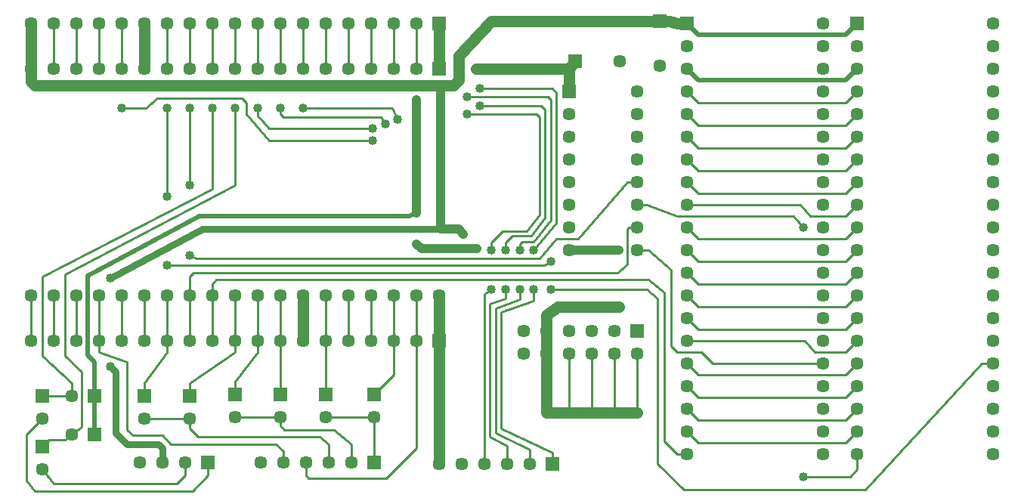
<source format=gtl>
%FSLAX46Y46*%
%MOIN*%
G01*
G75*
%ADD10C,0.040000*%
%ADD11C,0.060000*%
%ADD12C,0.057000*%
%ADD13C,0.077000*%
%AMRECT14*21,1,0.057000,0.057000,0.0,0.0,0.000000*%
%ADD14RECT14*%
%AMRECT15*21,1,0.077000,0.077000,0.0,0.0,0.000000*%
%ADD15RECT15*%
%AMRECT16*21,1,0.057000,0.057000,0.0,0.0,-90.000000*%
%ADD16RECT16*%
%AMRECT17*21,1,0.077000,0.077000,0.0,0.0,-90.000000*%
%ADD17RECT17*%
%AMRECT18*21,1,0.057000,0.057000,0.0,0.0,-180.000000*%
%ADD18RECT18*%
%AMRECT19*21,1,0.077000,0.077000,0.0,0.0,-180.000000*%
%ADD19RECT19*%
%AMRECT20*21,1,0.057000,0.057000,0.0,0.0,-270.000000*%
%ADD20RECT20*%
%AMRECT21*21,1,0.077000,0.077000,0.0,0.0,-270.000000*%
%ADD21RECT21*%
%ADD22C,0.010000*%
%ADD23C,0.030000*%
%ADD24C,0.020000*%
%ADD25C,0.040000*%
%ADD26C,0.030000*%
%ADD27C,0.050000*%
%ADD28C,0.050000*%
%ADD29C,0.070000*%
D10*
X2250000Y1156250D03*
X1793750Y1818750D03*
X2075000Y1868750D03*
X2387500Y981250D03*
X1656250Y1712500D03*
X793750Y1131250D03*
X2687500Y906250D03*
X3500000Y1256250D03*
X1600000Y1693750D03*
X793750Y1443750D03*
X693750Y1781250D03*
X2125000Y1156250D03*
X2075000Y1793750D03*
X2187500Y1156250D03*
X893750Y1781250D03*
X2125000Y981250D03*
X3500000Y156250D03*
X1293750Y1781250D03*
X2187500Y981250D03*
X1193750Y1781250D03*
X2000000Y1225000D03*
X1600000Y1637500D03*
X2312500Y981250D03*
X2312500Y1156250D03*
X693750Y1087500D03*
X2018750Y1831250D03*
X2387500Y1106250D03*
X2250000Y981250D03*
X2062500Y1162500D03*
X2018750Y1756250D03*
X793750Y1781250D03*
X693750Y1393750D03*
X1093750Y1781250D03*
X2687500Y1156250D03*
X2056250Y1956250D03*
X443750Y1031250D03*
X1793750Y1181250D03*
X993750Y1781250D03*
X1712500Y1731250D03*
X493750Y1781250D03*
X443750Y643750D03*
X1793750Y1318750D03*
D12*
X1393750Y418750D03*
X4337500Y1456250D03*
X4337500Y356250D03*
X4337500Y1156250D03*
X3587500Y1656250D03*
X4337500Y256250D03*
X3587500Y1256250D03*
X3587500Y1956250D03*
X4337500Y1756250D03*
X3587500Y1856250D03*
X4337500Y1056250D03*
X3587500Y956250D03*
X1606250Y418750D03*
X3587500Y1156250D03*
X3587500Y1056250D03*
X4337500Y656250D03*
X2768750Y1356250D03*
X4337500Y956250D03*
X4337500Y1556250D03*
X3587500Y256250D03*
X143750Y412500D03*
X2768750Y1656250D03*
X3587500Y1556250D03*
X4337500Y556250D03*
X4337500Y2056250D03*
X1193750Y418750D03*
X2768750Y1756250D03*
X2768750Y1856250D03*
X4337500Y1956250D03*
X4337500Y2156250D03*
X4337500Y856250D03*
X4337500Y1256250D03*
X3587500Y756250D03*
X3587500Y656250D03*
X2768750Y1256250D03*
X2768750Y1156250D03*
X3587500Y1356250D03*
X3587500Y1456250D03*
X3587500Y1756250D03*
X4337500Y1656250D03*
X3587500Y2056250D03*
X4337500Y1856250D03*
X993750Y418750D03*
X593750Y412500D03*
X3587500Y2156250D03*
X2868750Y1970325D03*
X2768750Y1456250D03*
X4337500Y456250D03*
X3587500Y356250D03*
X4337500Y1356250D03*
X3587500Y556250D03*
X793750Y412500D03*
X4337500Y756250D03*
X143750Y187500D03*
X3587500Y856250D03*
X2768750Y1556250D03*
X3587500Y456250D03*
X1193750Y756250D03*
X1493750Y2156250D03*
X1193750Y956250D03*
X693750Y956250D03*
X893750Y956250D03*
X693750Y756250D03*
X2293750Y212500D03*
X2768750Y700000D03*
X1593750Y756250D03*
X1393750Y756250D03*
X1506250Y218750D03*
X1093750Y756250D03*
X493750Y2156250D03*
X1893750Y212500D03*
X1193750Y2156250D03*
X893750Y2156250D03*
X993750Y756250D03*
X1693750Y756250D03*
X293750Y956250D03*
X1793750Y2156250D03*
X275000Y343750D03*
X2668750Y700000D03*
X993750Y2156250D03*
X1693750Y956250D03*
X593750Y756250D03*
X575000Y218750D03*
X493750Y756250D03*
X193750Y756250D03*
X1093750Y2156250D03*
X1393750Y2156250D03*
X1893750Y956250D03*
X1993750Y212500D03*
X593750Y2156250D03*
X293750Y756250D03*
X2093750Y212500D03*
X793750Y956250D03*
X2468750Y700000D03*
X1293750Y956250D03*
X2368750Y700000D03*
X593750Y956250D03*
X1593750Y956250D03*
X193750Y956250D03*
X393750Y2156250D03*
X193750Y2156250D03*
X1206250Y218750D03*
X1306250Y218750D03*
X2193750Y212500D03*
X93750Y2156250D03*
X893750Y756250D03*
X1793750Y956250D03*
X775000Y218750D03*
X675000Y218750D03*
X1293750Y756250D03*
X693750Y2156250D03*
X793750Y756250D03*
X1593750Y2156250D03*
X1406250Y218750D03*
X1493750Y956250D03*
X1393750Y956250D03*
X2568750Y700000D03*
X1293750Y2156250D03*
X1093750Y956250D03*
X1793750Y756250D03*
X393750Y956250D03*
X993750Y956250D03*
X293750Y2156250D03*
X93750Y956250D03*
X793750Y2156250D03*
X1493750Y756250D03*
X93750Y756250D03*
X493750Y956250D03*
X2268750Y700000D03*
X275000Y512500D03*
X393750Y756250D03*
X1693750Y2156250D03*
X1106250Y218750D03*
X3737500Y2056250D03*
X3737500Y856250D03*
X3737500Y1056250D03*
X3737500Y1956250D03*
X2987500Y1956250D03*
X3737500Y1656250D03*
X2987500Y1756250D03*
X2987500Y256250D03*
X3737500Y556250D03*
X2468750Y1456250D03*
X3737500Y1356250D03*
X3737500Y1556250D03*
X2987500Y1256250D03*
X3737500Y756250D03*
X2987500Y956250D03*
X2987500Y556250D03*
X2987500Y656250D03*
X2987500Y1056250D03*
X2987500Y1356250D03*
X3737500Y256250D03*
X2987500Y1856250D03*
X3737500Y456250D03*
X2987500Y1656250D03*
X3737500Y1256250D03*
X2468750Y1356250D03*
X3737500Y1856250D03*
X2987500Y2056250D03*
X2468750Y1556250D03*
X2987500Y1156250D03*
X2987500Y1456250D03*
X3737500Y1756250D03*
X2468750Y1156250D03*
X3737500Y1156250D03*
X2987500Y756250D03*
X2468750Y1756250D03*
X2468750Y1256250D03*
X2987500Y1556250D03*
X3737500Y656250D03*
X2468750Y1656250D03*
X2987500Y856250D03*
X2987500Y456250D03*
X3737500Y1456250D03*
X3737500Y956250D03*
X2987500Y356250D03*
X3737500Y356250D03*
X2268750Y800000D03*
X2668750Y800000D03*
X1793750Y1956250D03*
X1493750Y1956250D03*
X2568750Y800000D03*
X693750Y1956250D03*
X1293750Y1956250D03*
X893750Y1956250D03*
X993750Y1956250D03*
X93750Y1956250D03*
X593750Y1956250D03*
X2692175Y1987500D03*
X493750Y1956250D03*
X1093750Y1956250D03*
X2468750Y800000D03*
X2368750Y800000D03*
X793750Y1956250D03*
X1393750Y1956250D03*
X193750Y1956250D03*
X1693750Y1956250D03*
X1593750Y1956250D03*
X293750Y1956250D03*
X393750Y1956250D03*
X1193750Y1956250D03*
D14*
X593750Y512500D03*
X793750Y512500D03*
X143750Y512500D03*
X1193750Y518750D03*
X1393750Y518750D03*
X1606250Y518750D03*
X2868750Y2167175D03*
X143750Y287500D03*
X993750Y518750D03*
D16*
X2393750Y212500D03*
X875000Y218750D03*
X375000Y512500D03*
X375000Y343750D03*
X1893750Y756250D03*
X1606250Y218750D03*
X1893750Y2156250D03*
D18*
X3737500Y2156250D03*
X2468750Y1856250D03*
X2987500Y2156250D03*
D20*
X2768750Y800000D03*
X1893750Y1956250D03*
X2495325Y1987500D03*
D22*
X2312500Y981250D02*
X2312500Y931250D01*
X2175000Y1237500D02*
X2281250Y1237500D01*
X3037500Y1706250D02*
X3687500Y1706250D01*
X650000Y1825000D02*
X600000Y1781250D01*
X2987500Y1056250D02*
X3037500Y1006250D01*
X518750Y662500D02*
X518750Y362500D01*
X2300000Y1218750D02*
X2362500Y1300000D01*
X2193750Y293750D02*
X2118750Y331250D01*
X1656250Y1712500D02*
X1637500Y1743750D01*
X275000Y568750D02*
X275000Y512500D01*
X1025000Y1825000D02*
X650000Y1825000D01*
X2412500Y1275000D02*
X2412500Y1850000D01*
X2125000Y1187500D02*
X2175000Y1237500D01*
X1093750Y1750000D02*
X1093750Y1781250D01*
X775000Y162500D02*
X737500Y125000D01*
X3506250Y756250D02*
X3550000Y706250D01*
X1093750Y706250D02*
X993750Y575000D01*
X2943750Y706250D02*
X2918750Y731250D01*
X2468750Y437500D02*
X2468750Y700000D01*
X2387500Y1818750D02*
X2375000Y1831250D01*
X2987500Y356250D02*
X3037500Y306250D01*
X3687500Y306250D02*
X3737500Y356250D01*
X2118750Y331250D02*
X2118750Y918750D01*
X2987500Y556250D02*
X3037500Y506250D01*
X2281250Y1237500D02*
X2337500Y1312500D01*
X1493750Y956250D02*
X1493750Y756250D01*
X2768750Y1256250D02*
X2731250Y1256250D01*
X1318750Y150000D02*
X1662500Y150000D01*
X3687500Y1606250D02*
X3737500Y1656250D01*
X193750Y1956250D02*
X193750Y2156250D01*
X2987500Y1856250D02*
X3037500Y1806250D01*
X1693750Y606250D02*
X1606250Y518750D01*
X3037500Y506250D02*
X3687500Y506250D01*
X3706250Y156250D02*
X3737500Y187500D01*
X693750Y1393750D02*
X693750Y1781250D01*
X2312500Y1193750D02*
X2387500Y1287500D01*
X1206250Y1743750D02*
X1193750Y1756250D01*
X2887500Y968750D02*
X2887500Y312500D01*
X2312500Y1156250D02*
X2412500Y1275000D01*
X293750Y956250D02*
X293750Y756250D01*
X993750Y1781250D02*
X993750Y1443750D01*
X2506250Y1206250D02*
X2725000Y1456250D01*
X2918750Y731250D02*
X2918750Y1068750D01*
X2337500Y1118750D02*
X2412500Y1206250D01*
X2943750Y256250D02*
X2987500Y256250D01*
X1093750Y756250D02*
X1093750Y706250D01*
X831250Y331250D02*
X1368750Y331250D01*
X2375000Y1831250D02*
X2018750Y1831250D01*
X3037500Y1506250D02*
X3687500Y1506250D01*
X2918750Y1068750D02*
X2818750Y1156250D01*
X600000Y1781250D02*
X493750Y1781250D01*
X2987500Y1156250D02*
X3037500Y1106250D01*
X3037500Y806250D02*
X3687500Y806250D01*
X737500Y125000D02*
X193750Y125000D01*
X1306250Y162500D02*
X1318750Y150000D01*
X793750Y1956250D02*
X793750Y2156250D01*
X2393750Y1868750D02*
X2075000Y1868750D01*
X893750Y956250D02*
X893750Y1006250D01*
X1043750Y1756250D02*
X1043750Y1806250D01*
X793750Y1037500D02*
X812500Y1056250D01*
X2812500Y981250D02*
X2856250Y943750D01*
X1606250Y218750D02*
X1606250Y418750D01*
X3687500Y1106250D02*
X3737500Y1156250D01*
X3050000Y706250D02*
X2943750Y706250D01*
X2168750Y881250D02*
X2168750Y368750D01*
X1193750Y756250D02*
X1193750Y518750D01*
X1687500Y1781250D02*
X1293750Y1781250D01*
X2362500Y1300000D02*
X2362500Y1775000D01*
X993750Y1443750D02*
X243750Y1050000D01*
X693750Y1956250D02*
X693750Y2156250D01*
X993750Y706250D02*
X793750Y568750D01*
X112500Y93750D02*
X806250Y93750D01*
X693750Y956250D02*
X693750Y756250D01*
X518750Y362500D02*
X543750Y337500D01*
X4287500Y656250D02*
X4337500Y656250D01*
X75000Y343750D02*
X75000Y137500D01*
X2987500Y1256250D02*
X3037500Y1206250D01*
X2725000Y1456250D02*
X2768750Y1456250D01*
X2387500Y1287500D02*
X2387500Y1818750D01*
X93750Y956250D02*
X93750Y756250D01*
X875000Y162500D02*
X875000Y218750D01*
X3687500Y406250D02*
X3737500Y456250D01*
X2412500Y1850000D02*
X2393750Y1868750D01*
X1793750Y281250D02*
X1793750Y756250D01*
X2218750Y1218750D02*
X2300000Y1218750D01*
X2856250Y943750D02*
X2856250Y212500D01*
X1600000Y1693750D02*
X1143750Y1693750D01*
X812500Y1056250D02*
X2681250Y1056250D01*
X75000Y137500D02*
X112500Y93750D01*
X3687500Y806250D02*
X3737500Y856250D01*
X2356250Y1087500D02*
X2387500Y1106250D01*
X75000Y343750D02*
X143750Y412500D01*
X1693750Y756250D02*
X1693750Y606250D01*
X2987500Y1656250D02*
X3037500Y1606250D01*
X2975000Y100000D02*
X3775000Y100000D01*
X3037500Y1806250D02*
X3687500Y1806250D01*
X793750Y412500D02*
X793750Y368750D01*
X1712500Y1731250D02*
X1687500Y1781250D01*
X2143750Y350000D02*
X2143750Y900000D01*
X3037500Y1106250D02*
X3687500Y1106250D01*
X2250000Y981250D02*
X2250000Y937500D01*
X2987500Y756250D02*
X3506250Y756250D01*
X193750Y125000D02*
X143750Y187500D01*
X3037500Y406250D02*
X3687500Y406250D01*
X175000Y318750D02*
X143750Y287500D01*
X3775000Y100000D02*
X4287500Y656250D01*
X2668750Y437500D02*
X2668750Y700000D01*
X2725000Y1250000D02*
X2725000Y1093750D01*
X243750Y318750D02*
X175000Y318750D01*
X1593750Y956250D02*
X1593750Y756250D01*
X543750Y337500D02*
X675000Y337500D01*
X2362500Y1775000D02*
X2343750Y1793750D01*
X3037500Y906250D02*
X3687500Y906250D01*
X2250000Y1181250D02*
X2262500Y1193750D01*
X1175000Y300000D02*
X1206250Y268750D01*
X993750Y956250D02*
X993750Y756250D01*
X2293750Y212500D02*
X2293750Y275000D01*
X393750Y1956250D02*
X393750Y2156250D01*
X3037500Y606250D02*
X3687500Y606250D01*
X3100000Y656250D02*
X3050000Y706250D01*
X912500Y1025000D02*
X2818750Y1025000D01*
X2262500Y1193750D02*
X2312500Y1193750D01*
X3687500Y706250D02*
X3737500Y756250D01*
X3687500Y1006250D02*
X3737500Y1056250D01*
X1193750Y418750D02*
X1193750Y381250D01*
X793750Y956250D02*
X793750Y756250D01*
X793750Y1131250D02*
X825000Y1118750D01*
X493750Y956250D02*
X493750Y756250D01*
X893750Y1956250D02*
X893750Y2156250D01*
X143750Y1037500D02*
X143750Y687500D01*
X1606250Y418750D02*
X1393750Y418750D01*
X1431250Y362500D02*
X1506250Y300000D01*
X1193750Y956250D02*
X1193750Y756250D01*
X2887500Y312500D02*
X2943750Y256250D01*
X825000Y1118750D02*
X2337500Y1118750D01*
X1393750Y956250D02*
X1393750Y756250D01*
X2987500Y656250D02*
X3037500Y606250D01*
X2768750Y1356250D02*
X2812500Y1356250D01*
X1093750Y956250D02*
X1093750Y756250D01*
X2325000Y1756250D02*
X2018750Y1756250D01*
X275000Y343750D02*
X243750Y318750D01*
X793750Y956250D02*
X793750Y1037500D01*
X3687500Y906250D02*
X3737500Y956250D01*
X2293750Y275000D02*
X2143750Y350000D01*
X893750Y1781250D02*
X893750Y1425000D01*
X2987500Y456250D02*
X3037500Y406250D01*
X1493750Y1956250D02*
X1493750Y2156250D01*
X793750Y1443750D02*
X793750Y1781250D01*
X318750Y618750D02*
X318750Y375000D01*
X3037500Y1606250D02*
X3687500Y1606250D01*
X593750Y956250D02*
X593750Y756250D01*
X775000Y218750D02*
X775000Y162500D01*
X2118750Y918750D02*
X2187500Y943750D01*
X2987500Y1556250D02*
X3037500Y1506250D01*
X806250Y93750D02*
X875000Y162500D01*
X3037500Y1206250D02*
X3687500Y1206250D01*
X2125000Y1156250D02*
X2125000Y1187500D01*
X2250000Y1156250D02*
X2250000Y1181250D01*
X1662500Y150000D02*
X1793750Y281250D01*
X393750Y706250D02*
X518750Y662500D01*
X3687500Y506250D02*
X3737500Y556250D01*
X393750Y756250D02*
X393750Y706250D01*
X1368750Y331250D02*
X1406250Y300000D01*
X3037500Y306250D02*
X3687500Y306250D01*
X2768750Y437500D02*
X2768750Y700000D01*
X1143750Y1693750D02*
X1093750Y1750000D01*
X2337500Y1743750D02*
X2325000Y1756250D01*
X2987500Y856250D02*
X3037500Y806250D01*
X3037500Y1006250D02*
X3687500Y1006250D01*
X1793750Y1956250D02*
X1793750Y2156250D01*
X1293750Y1956250D02*
X1293750Y2156250D01*
X2093750Y212500D02*
X2093750Y962500D01*
X793750Y368750D02*
X831250Y331250D01*
X318750Y375000D02*
X275000Y343750D01*
X143750Y687500D02*
X275000Y568750D01*
X1393750Y756250D02*
X1393750Y518750D01*
X2187500Y1187500D02*
X2218750Y1218750D01*
X2168750Y368750D02*
X2393750Y262500D01*
X2187500Y943750D02*
X2187500Y981250D01*
X2987500Y1356250D02*
X3487500Y1356250D01*
X2818750Y1025000D02*
X2887500Y968750D01*
X2987500Y956250D02*
X3037500Y906250D01*
X1306250Y218750D02*
X1306250Y162500D01*
X1212500Y362500D02*
X1431250Y362500D01*
X243750Y687500D02*
X318750Y618750D01*
X3687500Y1406250D02*
X3737500Y1456250D01*
X243750Y1050000D02*
X243750Y687500D01*
X593750Y412500D02*
X793750Y412500D01*
X1193750Y1956250D02*
X1193750Y2156250D01*
X3550000Y706250D02*
X3687500Y706250D01*
X293750Y1956250D02*
X293750Y2156250D01*
X993750Y756250D02*
X993750Y706250D01*
X3737500Y187500D02*
X3737500Y256250D01*
X3487500Y1356250D02*
X3531250Y1306250D01*
X1393750Y1956250D02*
X1393750Y2156250D01*
X593750Y568750D02*
X593750Y512500D01*
X393750Y956250D02*
X393750Y756250D01*
X2193750Y212500D02*
X2193750Y293750D01*
X1206250Y268750D02*
X1206250Y218750D01*
X1793750Y956250D02*
X1793750Y756250D01*
X1143750Y1637500D02*
X1043750Y1756250D01*
X2343750Y1793750D02*
X2075000Y1793750D01*
X3687500Y606250D02*
X3737500Y656250D01*
X2812500Y1356250D02*
X2943750Y1306250D01*
X2731250Y1256250D02*
X2725000Y1250000D01*
X1600000Y1637500D02*
X1143750Y1637500D01*
X2093750Y962500D02*
X2125000Y981250D01*
X1193750Y1756250D02*
X1193750Y1781250D01*
X2856250Y212500D02*
X2975000Y100000D01*
X693750Y756250D02*
X693750Y706250D01*
X1693750Y956250D02*
X1693750Y756250D01*
X3687500Y1706250D02*
X3737500Y1756250D01*
X2987500Y1456250D02*
X3037500Y1406250D01*
X693750Y1087500D02*
X2356250Y1087500D01*
X493750Y1956250D02*
X493750Y2156250D01*
X693750Y706250D02*
X593750Y568750D01*
X2312500Y931250D02*
X2168750Y881250D01*
X1693750Y1956250D02*
X1693750Y2156250D01*
X3687500Y1806250D02*
X3737500Y1856250D01*
X193750Y956250D02*
X193750Y756250D01*
X2250000Y937500D02*
X2143750Y900000D01*
X3587500Y656250D02*
X3100000Y656250D01*
X2943750Y1306250D02*
X3456250Y1306250D01*
X893750Y756250D02*
X893750Y956250D01*
X1093750Y1956250D02*
X1093750Y2156250D01*
X275000Y512500D02*
X143750Y512500D01*
X3500000Y156250D02*
X3706250Y156250D01*
X3687500Y1306250D02*
X3737500Y1356250D01*
X2337500Y1312500D02*
X2337500Y1743750D01*
X2818750Y1156250D02*
X2768750Y1156250D01*
X2725000Y1093750D02*
X2681250Y1056250D01*
X712500Y300000D02*
X1175000Y300000D01*
X1193750Y381250D02*
X1212500Y362500D01*
X993750Y575000D02*
X993750Y518750D01*
X893750Y1006250D02*
X912500Y1025000D01*
X1506250Y300000D02*
X1506250Y218750D01*
X675000Y337500D02*
X712500Y300000D01*
X1043750Y1806250D02*
X1025000Y1825000D01*
X793750Y568750D02*
X793750Y512500D01*
X1637500Y1743750D02*
X1206250Y1743750D01*
X2568750Y437500D02*
X2568750Y700000D01*
X893750Y1425000D02*
X143750Y1037500D01*
X1593750Y1956250D02*
X1593750Y2156250D01*
X993750Y418750D02*
X1193750Y418750D01*
X3037500Y1406250D02*
X3687500Y1406250D01*
X993750Y1956250D02*
X993750Y2156250D01*
X2387500Y981250D02*
X2812500Y981250D01*
X3687500Y1506250D02*
X3737500Y1556250D01*
X2393750Y262500D02*
X2393750Y212500D01*
X3687500Y1206250D02*
X3737500Y1256250D01*
X2187500Y1156250D02*
X2187500Y1187500D01*
X3531250Y1306250D02*
X3687500Y1306250D01*
X1406250Y300000D02*
X1406250Y218750D01*
X2412500Y1206250D02*
X2506250Y1206250D01*
X2987500Y1756250D02*
X3037500Y1706250D01*
X3456250Y1306250D02*
X3500000Y1256250D01*
D24*
X2987500Y2156250D02*
X3037500Y2106250D01*
X375000Y662500D02*
X375000Y512500D01*
X3737500Y2156250D02*
X3687500Y2106250D01*
X375000Y512500D02*
X375000Y343750D01*
X1762500Y1306250D02*
X837500Y1306250D01*
X837500Y1306250D02*
X343750Y1043750D01*
X343750Y1043750D02*
X343750Y693750D01*
X3037500Y2106250D02*
X3687500Y2106250D01*
X2987500Y1956250D02*
X3037500Y1906250D01*
X343750Y693750D02*
X375000Y662500D01*
X3037500Y1906250D02*
X3687500Y1906250D01*
X3687500Y1906250D02*
X3737500Y1956250D01*
X1793750Y1318750D02*
X1762500Y1306250D01*
D26*
X468750Y350000D02*
X518750Y300000D01*
X1900000Y1250000D02*
X850000Y1250000D01*
X656250Y300000D02*
X675000Y281250D01*
X675000Y281250D02*
X675000Y218750D01*
X443750Y643750D02*
X468750Y618750D01*
X468750Y618750D02*
X468750Y350000D01*
X850000Y1250000D02*
X443750Y1031250D01*
X518750Y300000D02*
X656250Y300000D01*
D10*
X2687500Y1156250D02*
X2468750Y1156250D01*
X1793750Y1181250D02*
X1818750Y1162500D01*
X1900000Y1881250D02*
X1900000Y1250000D01*
X1981250Y1250000D02*
X1900000Y1250000D01*
X1793750Y1818750D02*
X1793750Y1318750D01*
X2000000Y1225000D02*
X1981250Y1250000D01*
X1818750Y1162500D02*
X2062500Y1162500D01*
D28*
X2868750Y2167175D02*
X2912500Y2167175D01*
X1900000Y1881250D02*
X1956250Y1881250D01*
X2943750Y2156250D02*
X2987500Y2156250D01*
X1893750Y1956250D02*
X1893750Y2156250D01*
X112500Y1881250D02*
X1900000Y1881250D01*
X2495325Y1987500D02*
X2468750Y1956250D01*
X2368750Y800000D02*
X2368750Y700000D01*
X2368750Y700000D02*
X2368750Y437500D01*
X93750Y1900000D02*
X112500Y1881250D01*
X1981250Y1906250D02*
X1981250Y2012500D01*
X1893750Y956250D02*
X1893750Y756250D01*
X2687500Y906250D02*
X2418750Y906250D01*
X93750Y1956250D02*
X93750Y1900000D01*
X2418750Y906250D02*
X2368750Y868750D01*
X2368750Y437500D02*
X2468750Y437500D01*
X2468750Y437500D02*
X2568750Y437500D01*
X593750Y1956250D02*
X593750Y2156250D01*
X2468750Y1956250D02*
X2468750Y1856250D01*
X2125000Y2167175D02*
X2868750Y2167175D01*
X2056250Y1956250D02*
X2468750Y1956250D01*
X1293750Y956250D02*
X1293750Y756250D01*
X1981250Y2012500D02*
X2125000Y2167175D01*
X2912500Y2167175D02*
X2943750Y2156250D01*
X2668750Y437500D02*
X2768750Y437500D01*
X2568750Y437500D02*
X2668750Y437500D01*
X1956250Y1881250D02*
X1981250Y1906250D01*
X1893750Y756250D02*
X1893750Y212500D01*
X93750Y1956250D02*
X93750Y2156250D01*
X2368750Y868750D02*
X2368750Y800000D01*
M02*

</source>
